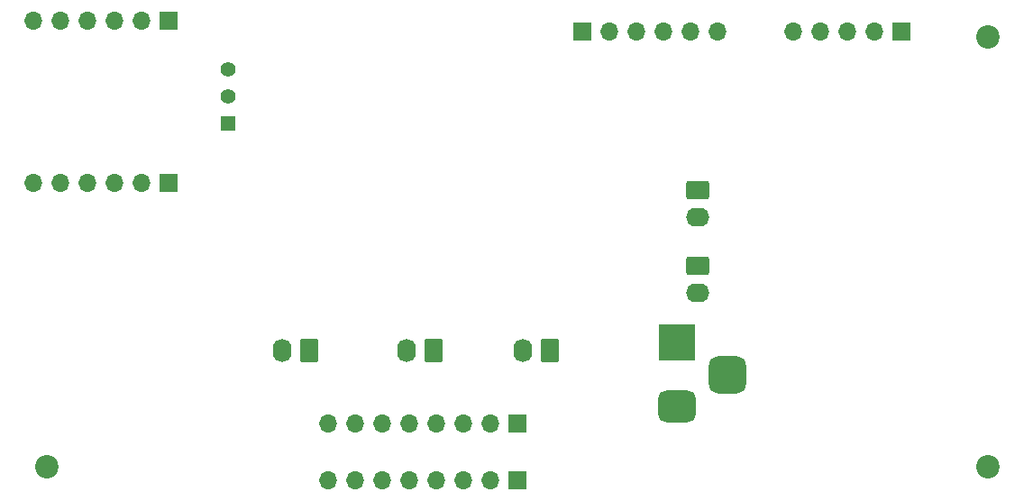
<source format=gbr>
G04 #@! TF.GenerationSoftware,KiCad,Pcbnew,7.0.10*
G04 #@! TF.CreationDate,2024-03-04T21:29:39-06:00*
G04 #@! TF.ProjectId,JargonJolt,4a617267-6f6e-44a6-9f6c-742e6b696361,rev?*
G04 #@! TF.SameCoordinates,Original*
G04 #@! TF.FileFunction,Soldermask,Bot*
G04 #@! TF.FilePolarity,Negative*
%FSLAX46Y46*%
G04 Gerber Fmt 4.6, Leading zero omitted, Abs format (unit mm)*
G04 Created by KiCad (PCBNEW 7.0.10) date 2024-03-04 21:29:39*
%MOMM*%
%LPD*%
G01*
G04 APERTURE LIST*
G04 Aperture macros list*
%AMRoundRect*
0 Rectangle with rounded corners*
0 $1 Rounding radius*
0 $2 $3 $4 $5 $6 $7 $8 $9 X,Y pos of 4 corners*
0 Add a 4 corners polygon primitive as box body*
4,1,4,$2,$3,$4,$5,$6,$7,$8,$9,$2,$3,0*
0 Add four circle primitives for the rounded corners*
1,1,$1+$1,$2,$3*
1,1,$1+$1,$4,$5*
1,1,$1+$1,$6,$7*
1,1,$1+$1,$8,$9*
0 Add four rect primitives between the rounded corners*
20,1,$1+$1,$2,$3,$4,$5,0*
20,1,$1+$1,$4,$5,$6,$7,0*
20,1,$1+$1,$6,$7,$8,$9,0*
20,1,$1+$1,$8,$9,$2,$3,0*%
G04 Aperture macros list end*
%ADD10C,2.200000*%
%ADD11R,1.700000X1.700000*%
%ADD12O,1.700000X1.700000*%
%ADD13R,3.500000X3.500000*%
%ADD14RoundRect,0.750000X1.000000X-0.750000X1.000000X0.750000X-1.000000X0.750000X-1.000000X-0.750000X0*%
%ADD15RoundRect,0.875000X0.875000X-0.875000X0.875000X0.875000X-0.875000X0.875000X-0.875000X-0.875000X0*%
%ADD16RoundRect,0.250000X0.620000X0.845000X-0.620000X0.845000X-0.620000X-0.845000X0.620000X-0.845000X0*%
%ADD17O,1.740000X2.190000*%
%ADD18RoundRect,0.250000X-0.845000X0.620000X-0.845000X-0.620000X0.845000X-0.620000X0.845000X0.620000X0*%
%ADD19O,2.190000X1.740000*%
%ADD20RoundRect,0.102000X0.609000X-0.609000X0.609000X0.609000X-0.609000X0.609000X-0.609000X-0.609000X0*%
%ADD21C,1.422000*%
G04 APERTURE END LIST*
D10*
X115824000Y-110490000D03*
D11*
X127278000Y-83868000D03*
D12*
X124738000Y-83868000D03*
X122198000Y-83868000D03*
X119658000Y-83868000D03*
X117118000Y-83868000D03*
X114578000Y-83868000D03*
D13*
X175030000Y-98854000D03*
D14*
X175030000Y-104854000D03*
D15*
X179730000Y-101854000D03*
D10*
X204216000Y-70104000D03*
D11*
X166140000Y-69644000D03*
D12*
X168680000Y-69644000D03*
X171220000Y-69644000D03*
X173760000Y-69644000D03*
X176300000Y-69644000D03*
X178840000Y-69644000D03*
D16*
X152170000Y-99596000D03*
D17*
X149630000Y-99596000D03*
D11*
X127278000Y-68628000D03*
D12*
X124738000Y-68628000D03*
X122198000Y-68628000D03*
X119658000Y-68628000D03*
X117118000Y-68628000D03*
X114578000Y-68628000D03*
D11*
X160020000Y-111760000D03*
D12*
X157480000Y-111760000D03*
X154940000Y-111760000D03*
X152400000Y-111760000D03*
X149860000Y-111760000D03*
X147320000Y-111760000D03*
X144780000Y-111760000D03*
X142240000Y-111760000D03*
D11*
X196088000Y-69596000D03*
D12*
X193548000Y-69596000D03*
X191008000Y-69596000D03*
X188468000Y-69596000D03*
X185928000Y-69596000D03*
D16*
X163092000Y-99616000D03*
D17*
X160552000Y-99616000D03*
D10*
X204216000Y-110490000D03*
D16*
X140486000Y-99596000D03*
D17*
X137946000Y-99596000D03*
D18*
X177003500Y-84534000D03*
D19*
X177003500Y-87074000D03*
D18*
X176983500Y-91646000D03*
D19*
X176983500Y-94186000D03*
D11*
X160029000Y-106474000D03*
D12*
X157489000Y-106474000D03*
X154949000Y-106474000D03*
X152409000Y-106474000D03*
X149869000Y-106474000D03*
X147329000Y-106474000D03*
X144789000Y-106474000D03*
X142249000Y-106474000D03*
D20*
X132866000Y-78280000D03*
D21*
X132866000Y-75740000D03*
X132866000Y-73200000D03*
M02*

</source>
